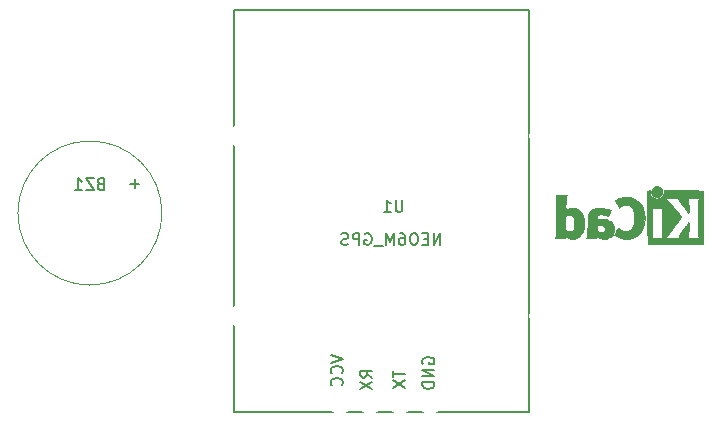
<source format=gbr>
G04 #@! TF.GenerationSoftware,KiCad,Pcbnew,(5.1.2)-2*
G04 #@! TF.CreationDate,2019-10-20T14:28:16-03:00*
G04 #@! TF.ProjectId,flight_computer,666c6967-6874-45f6-936f-6d7075746572,rev?*
G04 #@! TF.SameCoordinates,Original*
G04 #@! TF.FileFunction,Legend,Bot*
G04 #@! TF.FilePolarity,Positive*
%FSLAX46Y46*%
G04 Gerber Fmt 4.6, Leading zero omitted, Abs format (unit mm)*
G04 Created by KiCad (PCBNEW (5.1.2)-2) date 2019-10-20 14:28:16*
%MOMM*%
%LPD*%
G04 APERTURE LIST*
%ADD10C,0.150000*%
%ADD11C,0.010000*%
%ADD12C,0.120000*%
%ADD13C,1.924000*%
%ADD14R,2.000000X2.000000*%
%ADD15O,2.000000X2.000000*%
%ADD16C,2.100000*%
%ADD17C,2.100000*%
%ADD18C,0.100000*%
%ADD19O,2.100000X2.350000*%
%ADD20C,3.400000*%
%ADD21R,2.400000X2.400000*%
%ADD22C,2.400000*%
%ADD23C,2.000000*%
G04 APERTURE END LIST*
D10*
X83050000Y-70550000D02*
X58050000Y-70550000D01*
X58050000Y-70550000D02*
X58050000Y-36550000D01*
X58050000Y-36550000D02*
X83050000Y-36550000D01*
X83050000Y-36550000D02*
X83050000Y-70550000D01*
D11*
G36*
X93773043Y-51426571D02*
G01*
X93676768Y-51450809D01*
X93590184Y-51493641D01*
X93515373Y-51553419D01*
X93454418Y-51628494D01*
X93409399Y-51717220D01*
X93383136Y-51813530D01*
X93377286Y-51910795D01*
X93392140Y-52004654D01*
X93425840Y-52092511D01*
X93476528Y-52171770D01*
X93542345Y-52239836D01*
X93621434Y-52294112D01*
X93711934Y-52332002D01*
X93763200Y-52344426D01*
X93807698Y-52351947D01*
X93841999Y-52354919D01*
X93874960Y-52353094D01*
X93915434Y-52346225D01*
X93948531Y-52339250D01*
X94041947Y-52307741D01*
X94125619Y-52256617D01*
X94197665Y-52187429D01*
X94256200Y-52101728D01*
X94270148Y-52074489D01*
X94286586Y-52038122D01*
X94296894Y-52007582D01*
X94302460Y-51975450D01*
X94304669Y-51934307D01*
X94304948Y-51888222D01*
X94300861Y-51803865D01*
X94287446Y-51734586D01*
X94262256Y-51673961D01*
X94222846Y-51615567D01*
X94184298Y-51571302D01*
X94112406Y-51505484D01*
X94037313Y-51460053D01*
X93954562Y-51432850D01*
X93876928Y-51422576D01*
X93773043Y-51426571D01*
X93773043Y-51426571D01*
G37*
X93773043Y-51426571D02*
X93676768Y-51450809D01*
X93590184Y-51493641D01*
X93515373Y-51553419D01*
X93454418Y-51628494D01*
X93409399Y-51717220D01*
X93383136Y-51813530D01*
X93377286Y-51910795D01*
X93392140Y-52004654D01*
X93425840Y-52092511D01*
X93476528Y-52171770D01*
X93542345Y-52239836D01*
X93621434Y-52294112D01*
X93711934Y-52332002D01*
X93763200Y-52344426D01*
X93807698Y-52351947D01*
X93841999Y-52354919D01*
X93874960Y-52353094D01*
X93915434Y-52346225D01*
X93948531Y-52339250D01*
X94041947Y-52307741D01*
X94125619Y-52256617D01*
X94197665Y-52187429D01*
X94256200Y-52101728D01*
X94270148Y-52074489D01*
X94286586Y-52038122D01*
X94296894Y-52007582D01*
X94302460Y-51975450D01*
X94304669Y-51934307D01*
X94304948Y-51888222D01*
X94300861Y-51803865D01*
X94287446Y-51734586D01*
X94262256Y-51673961D01*
X94222846Y-51615567D01*
X94184298Y-51571302D01*
X94112406Y-51505484D01*
X94037313Y-51460053D01*
X93954562Y-51432850D01*
X93876928Y-51422576D01*
X93773043Y-51426571D01*
G36*
X85313493Y-53872245D02*
G01*
X85313474Y-54106662D01*
X85313448Y-54319603D01*
X85313375Y-54512168D01*
X85313218Y-54685459D01*
X85312936Y-54840576D01*
X85312491Y-54978620D01*
X85311844Y-55100692D01*
X85310955Y-55207894D01*
X85309787Y-55301326D01*
X85308299Y-55382090D01*
X85306454Y-55451286D01*
X85304211Y-55510015D01*
X85301531Y-55559379D01*
X85298377Y-55600478D01*
X85294708Y-55634413D01*
X85290487Y-55662286D01*
X85285673Y-55685198D01*
X85280227Y-55704249D01*
X85274112Y-55720540D01*
X85267288Y-55735173D01*
X85259715Y-55749249D01*
X85251355Y-55763868D01*
X85246161Y-55772974D01*
X85211896Y-55833689D01*
X86070045Y-55833689D01*
X86070045Y-55737733D01*
X86070776Y-55694370D01*
X86072728Y-55661205D01*
X86075537Y-55643424D01*
X86076779Y-55641778D01*
X86088201Y-55648662D01*
X86110916Y-55666505D01*
X86133615Y-55685879D01*
X86188200Y-55726614D01*
X86257679Y-55767617D01*
X86334730Y-55805123D01*
X86412035Y-55835364D01*
X86442887Y-55845012D01*
X86511384Y-55859578D01*
X86594236Y-55869539D01*
X86683629Y-55874583D01*
X86771752Y-55874396D01*
X86850793Y-55868666D01*
X86888489Y-55862858D01*
X87026586Y-55824797D01*
X87153887Y-55767073D01*
X87269708Y-55690211D01*
X87373363Y-55594739D01*
X87464167Y-55481179D01*
X87530969Y-55370381D01*
X87585836Y-55253625D01*
X87627837Y-55134276D01*
X87657833Y-55008283D01*
X87676689Y-54871594D01*
X87685268Y-54720158D01*
X87685994Y-54642711D01*
X87683900Y-54585934D01*
X86854783Y-54585934D01*
X86854576Y-54679002D01*
X86851663Y-54766692D01*
X86846000Y-54843772D01*
X86837545Y-54905009D01*
X86834962Y-54917350D01*
X86803160Y-55024633D01*
X86761502Y-55111658D01*
X86709637Y-55178642D01*
X86647219Y-55225805D01*
X86573900Y-55253365D01*
X86489331Y-55261541D01*
X86393165Y-55250551D01*
X86329689Y-55234829D01*
X86280546Y-55216639D01*
X86226417Y-55190791D01*
X86185756Y-55167089D01*
X86115200Y-55120721D01*
X86115200Y-53970530D01*
X86182608Y-53926962D01*
X86261133Y-53886040D01*
X86345319Y-53859389D01*
X86430443Y-53847465D01*
X86511784Y-53850722D01*
X86584620Y-53869615D01*
X86616574Y-53885184D01*
X86674499Y-53928181D01*
X86723456Y-53984953D01*
X86764610Y-54057575D01*
X86799126Y-54148121D01*
X86828167Y-54258666D01*
X86829448Y-54264533D01*
X86839619Y-54326788D01*
X86847261Y-54404594D01*
X86852330Y-54492720D01*
X86854783Y-54585934D01*
X87683900Y-54585934D01*
X87678143Y-54429895D01*
X87656198Y-54234059D01*
X87620214Y-54055332D01*
X87570241Y-53893845D01*
X87506332Y-53749726D01*
X87428538Y-53623106D01*
X87336911Y-53514115D01*
X87231503Y-53422883D01*
X87186338Y-53391932D01*
X87085389Y-53335785D01*
X86982099Y-53296174D01*
X86872011Y-53272014D01*
X86750670Y-53262219D01*
X86658164Y-53263265D01*
X86528510Y-53274231D01*
X86415916Y-53296046D01*
X86317125Y-53329714D01*
X86228879Y-53376236D01*
X86180014Y-53410448D01*
X86150647Y-53432362D01*
X86128957Y-53447333D01*
X86120747Y-53451733D01*
X86119132Y-53440904D01*
X86117841Y-53410251D01*
X86116862Y-53362526D01*
X86116183Y-53300479D01*
X86115790Y-53226862D01*
X86115670Y-53144427D01*
X86115812Y-53055925D01*
X86116203Y-52964107D01*
X86116829Y-52871724D01*
X86117680Y-52781528D01*
X86118740Y-52696271D01*
X86119999Y-52618703D01*
X86121444Y-52551576D01*
X86123062Y-52497641D01*
X86124839Y-52459650D01*
X86125331Y-52452667D01*
X86132908Y-52382251D01*
X86144469Y-52327102D01*
X86162208Y-52279981D01*
X86188318Y-52233647D01*
X86194585Y-52224067D01*
X86219017Y-52187378D01*
X85313689Y-52187378D01*
X85313493Y-53872245D01*
X85313493Y-53872245D01*
G37*
X85313493Y-53872245D02*
X85313474Y-54106662D01*
X85313448Y-54319603D01*
X85313375Y-54512168D01*
X85313218Y-54685459D01*
X85312936Y-54840576D01*
X85312491Y-54978620D01*
X85311844Y-55100692D01*
X85310955Y-55207894D01*
X85309787Y-55301326D01*
X85308299Y-55382090D01*
X85306454Y-55451286D01*
X85304211Y-55510015D01*
X85301531Y-55559379D01*
X85298377Y-55600478D01*
X85294708Y-55634413D01*
X85290487Y-55662286D01*
X85285673Y-55685198D01*
X85280227Y-55704249D01*
X85274112Y-55720540D01*
X85267288Y-55735173D01*
X85259715Y-55749249D01*
X85251355Y-55763868D01*
X85246161Y-55772974D01*
X85211896Y-55833689D01*
X86070045Y-55833689D01*
X86070045Y-55737733D01*
X86070776Y-55694370D01*
X86072728Y-55661205D01*
X86075537Y-55643424D01*
X86076779Y-55641778D01*
X86088201Y-55648662D01*
X86110916Y-55666505D01*
X86133615Y-55685879D01*
X86188200Y-55726614D01*
X86257679Y-55767617D01*
X86334730Y-55805123D01*
X86412035Y-55835364D01*
X86442887Y-55845012D01*
X86511384Y-55859578D01*
X86594236Y-55869539D01*
X86683629Y-55874583D01*
X86771752Y-55874396D01*
X86850793Y-55868666D01*
X86888489Y-55862858D01*
X87026586Y-55824797D01*
X87153887Y-55767073D01*
X87269708Y-55690211D01*
X87373363Y-55594739D01*
X87464167Y-55481179D01*
X87530969Y-55370381D01*
X87585836Y-55253625D01*
X87627837Y-55134276D01*
X87657833Y-55008283D01*
X87676689Y-54871594D01*
X87685268Y-54720158D01*
X87685994Y-54642711D01*
X87683900Y-54585934D01*
X86854783Y-54585934D01*
X86854576Y-54679002D01*
X86851663Y-54766692D01*
X86846000Y-54843772D01*
X86837545Y-54905009D01*
X86834962Y-54917350D01*
X86803160Y-55024633D01*
X86761502Y-55111658D01*
X86709637Y-55178642D01*
X86647219Y-55225805D01*
X86573900Y-55253365D01*
X86489331Y-55261541D01*
X86393165Y-55250551D01*
X86329689Y-55234829D01*
X86280546Y-55216639D01*
X86226417Y-55190791D01*
X86185756Y-55167089D01*
X86115200Y-55120721D01*
X86115200Y-53970530D01*
X86182608Y-53926962D01*
X86261133Y-53886040D01*
X86345319Y-53859389D01*
X86430443Y-53847465D01*
X86511784Y-53850722D01*
X86584620Y-53869615D01*
X86616574Y-53885184D01*
X86674499Y-53928181D01*
X86723456Y-53984953D01*
X86764610Y-54057575D01*
X86799126Y-54148121D01*
X86828167Y-54258666D01*
X86829448Y-54264533D01*
X86839619Y-54326788D01*
X86847261Y-54404594D01*
X86852330Y-54492720D01*
X86854783Y-54585934D01*
X87683900Y-54585934D01*
X87678143Y-54429895D01*
X87656198Y-54234059D01*
X87620214Y-54055332D01*
X87570241Y-53893845D01*
X87506332Y-53749726D01*
X87428538Y-53623106D01*
X87336911Y-53514115D01*
X87231503Y-53422883D01*
X87186338Y-53391932D01*
X87085389Y-53335785D01*
X86982099Y-53296174D01*
X86872011Y-53272014D01*
X86750670Y-53262219D01*
X86658164Y-53263265D01*
X86528510Y-53274231D01*
X86415916Y-53296046D01*
X86317125Y-53329714D01*
X86228879Y-53376236D01*
X86180014Y-53410448D01*
X86150647Y-53432362D01*
X86128957Y-53447333D01*
X86120747Y-53451733D01*
X86119132Y-53440904D01*
X86117841Y-53410251D01*
X86116862Y-53362526D01*
X86116183Y-53300479D01*
X86115790Y-53226862D01*
X86115670Y-53144427D01*
X86115812Y-53055925D01*
X86116203Y-52964107D01*
X86116829Y-52871724D01*
X86117680Y-52781528D01*
X86118740Y-52696271D01*
X86119999Y-52618703D01*
X86121444Y-52551576D01*
X86123062Y-52497641D01*
X86124839Y-52459650D01*
X86125331Y-52452667D01*
X86132908Y-52382251D01*
X86144469Y-52327102D01*
X86162208Y-52279981D01*
X86188318Y-52233647D01*
X86194585Y-52224067D01*
X86219017Y-52187378D01*
X85313689Y-52187378D01*
X85313493Y-53872245D01*
G36*
X88826426Y-53266552D02*
G01*
X88674508Y-53286567D01*
X88539244Y-53320202D01*
X88419761Y-53367725D01*
X88315185Y-53429405D01*
X88237576Y-53492965D01*
X88168735Y-53567099D01*
X88114994Y-53646871D01*
X88072090Y-53739091D01*
X88056616Y-53782161D01*
X88043756Y-53821142D01*
X88032554Y-53857289D01*
X88022880Y-53892434D01*
X88014604Y-53928410D01*
X88007597Y-53967050D01*
X88001728Y-54010185D01*
X87996869Y-54059649D01*
X87992890Y-54117273D01*
X87989660Y-54184891D01*
X87987051Y-54264334D01*
X87984933Y-54357436D01*
X87983176Y-54466027D01*
X87981651Y-54591942D01*
X87980228Y-54737012D01*
X87978975Y-54879778D01*
X87977649Y-55035968D01*
X87976444Y-55171239D01*
X87975234Y-55287246D01*
X87973894Y-55385645D01*
X87972300Y-55468093D01*
X87970325Y-55536246D01*
X87967844Y-55591760D01*
X87964731Y-55636292D01*
X87960862Y-55671498D01*
X87956111Y-55699034D01*
X87950352Y-55720556D01*
X87943461Y-55737722D01*
X87935311Y-55752186D01*
X87925777Y-55765606D01*
X87914734Y-55779638D01*
X87910434Y-55785071D01*
X87894614Y-55807910D01*
X87887578Y-55823463D01*
X87887556Y-55823922D01*
X87898433Y-55826121D01*
X87929418Y-55828147D01*
X87978043Y-55829942D01*
X88041837Y-55831451D01*
X88118331Y-55832616D01*
X88205056Y-55833380D01*
X88299543Y-55833686D01*
X88310450Y-55833689D01*
X88733343Y-55833689D01*
X88736605Y-55737622D01*
X88739867Y-55641556D01*
X88801956Y-55692543D01*
X88899286Y-55760057D01*
X89009187Y-55814749D01*
X89095651Y-55844978D01*
X89164722Y-55859666D01*
X89248075Y-55869659D01*
X89337841Y-55874646D01*
X89426155Y-55874313D01*
X89505149Y-55868351D01*
X89541378Y-55862638D01*
X89681397Y-55824776D01*
X89807822Y-55769932D01*
X89919740Y-55698924D01*
X90016238Y-55612568D01*
X90096400Y-55511679D01*
X90159313Y-55397076D01*
X90203688Y-55270984D01*
X90216022Y-55214401D01*
X90223632Y-55152202D01*
X90227261Y-55077363D01*
X90227755Y-55043467D01*
X90227690Y-55040282D01*
X89467752Y-55040282D01*
X89458459Y-55115333D01*
X89430272Y-55179160D01*
X89381803Y-55234798D01*
X89376746Y-55239211D01*
X89328452Y-55274037D01*
X89276743Y-55296620D01*
X89216011Y-55308540D01*
X89140648Y-55311383D01*
X89122541Y-55310978D01*
X89068722Y-55308325D01*
X89028692Y-55302909D01*
X88993676Y-55292745D01*
X88954897Y-55275850D01*
X88944255Y-55270672D01*
X88883604Y-55234844D01*
X88836785Y-55192212D01*
X88824048Y-55176973D01*
X88779378Y-55120462D01*
X88779378Y-54924586D01*
X88779914Y-54845939D01*
X88781604Y-54787988D01*
X88784572Y-54748875D01*
X88788943Y-54726741D01*
X88793028Y-54720274D01*
X88808953Y-54717111D01*
X88842736Y-54714488D01*
X88889660Y-54712655D01*
X88945007Y-54711857D01*
X88953894Y-54711842D01*
X89074670Y-54717096D01*
X89177340Y-54733263D01*
X89263894Y-54760961D01*
X89336319Y-54800808D01*
X89391249Y-54847758D01*
X89435796Y-54905645D01*
X89460520Y-54968693D01*
X89467752Y-55040282D01*
X90227690Y-55040282D01*
X90225822Y-54949712D01*
X90217478Y-54870812D01*
X90201232Y-54799590D01*
X90175595Y-54728864D01*
X90151599Y-54676493D01*
X90092980Y-54581196D01*
X90014883Y-54493170D01*
X89919685Y-54414017D01*
X89809762Y-54345340D01*
X89687490Y-54288741D01*
X89555245Y-54245821D01*
X89490578Y-54230882D01*
X89354396Y-54208777D01*
X89205951Y-54194194D01*
X89054495Y-54187813D01*
X88927936Y-54189445D01*
X88766050Y-54196224D01*
X88773470Y-54137245D01*
X88792762Y-54038092D01*
X88823896Y-53957372D01*
X88867731Y-53894466D01*
X88925129Y-53848756D01*
X88996952Y-53819622D01*
X89084059Y-53806447D01*
X89187314Y-53808611D01*
X89225289Y-53812612D01*
X89366480Y-53837780D01*
X89503293Y-53878814D01*
X89597822Y-53916815D01*
X89642982Y-53936190D01*
X89681415Y-53951760D01*
X89707766Y-53961405D01*
X89715454Y-53963452D01*
X89725198Y-53954374D01*
X89741917Y-53925405D01*
X89765768Y-53876217D01*
X89796907Y-53806484D01*
X89835493Y-53715879D01*
X89842090Y-53700089D01*
X89872147Y-53627772D01*
X89899126Y-53562425D01*
X89921864Y-53506906D01*
X89939194Y-53464072D01*
X89949952Y-53436781D01*
X89953059Y-53427942D01*
X89943060Y-53423187D01*
X89916783Y-53417910D01*
X89888511Y-53414231D01*
X89858354Y-53409474D01*
X89810567Y-53400028D01*
X89749388Y-53386820D01*
X89679054Y-53370776D01*
X89603806Y-53352820D01*
X89575245Y-53345797D01*
X89470184Y-53320209D01*
X89382520Y-53300147D01*
X89307932Y-53284969D01*
X89242097Y-53274035D01*
X89180693Y-53266704D01*
X89119398Y-53262335D01*
X89053890Y-53260287D01*
X88995872Y-53259889D01*
X88826426Y-53266552D01*
X88826426Y-53266552D01*
G37*
X88826426Y-53266552D02*
X88674508Y-53286567D01*
X88539244Y-53320202D01*
X88419761Y-53367725D01*
X88315185Y-53429405D01*
X88237576Y-53492965D01*
X88168735Y-53567099D01*
X88114994Y-53646871D01*
X88072090Y-53739091D01*
X88056616Y-53782161D01*
X88043756Y-53821142D01*
X88032554Y-53857289D01*
X88022880Y-53892434D01*
X88014604Y-53928410D01*
X88007597Y-53967050D01*
X88001728Y-54010185D01*
X87996869Y-54059649D01*
X87992890Y-54117273D01*
X87989660Y-54184891D01*
X87987051Y-54264334D01*
X87984933Y-54357436D01*
X87983176Y-54466027D01*
X87981651Y-54591942D01*
X87980228Y-54737012D01*
X87978975Y-54879778D01*
X87977649Y-55035968D01*
X87976444Y-55171239D01*
X87975234Y-55287246D01*
X87973894Y-55385645D01*
X87972300Y-55468093D01*
X87970325Y-55536246D01*
X87967844Y-55591760D01*
X87964731Y-55636292D01*
X87960862Y-55671498D01*
X87956111Y-55699034D01*
X87950352Y-55720556D01*
X87943461Y-55737722D01*
X87935311Y-55752186D01*
X87925777Y-55765606D01*
X87914734Y-55779638D01*
X87910434Y-55785071D01*
X87894614Y-55807910D01*
X87887578Y-55823463D01*
X87887556Y-55823922D01*
X87898433Y-55826121D01*
X87929418Y-55828147D01*
X87978043Y-55829942D01*
X88041837Y-55831451D01*
X88118331Y-55832616D01*
X88205056Y-55833380D01*
X88299543Y-55833686D01*
X88310450Y-55833689D01*
X88733343Y-55833689D01*
X88736605Y-55737622D01*
X88739867Y-55641556D01*
X88801956Y-55692543D01*
X88899286Y-55760057D01*
X89009187Y-55814749D01*
X89095651Y-55844978D01*
X89164722Y-55859666D01*
X89248075Y-55869659D01*
X89337841Y-55874646D01*
X89426155Y-55874313D01*
X89505149Y-55868351D01*
X89541378Y-55862638D01*
X89681397Y-55824776D01*
X89807822Y-55769932D01*
X89919740Y-55698924D01*
X90016238Y-55612568D01*
X90096400Y-55511679D01*
X90159313Y-55397076D01*
X90203688Y-55270984D01*
X90216022Y-55214401D01*
X90223632Y-55152202D01*
X90227261Y-55077363D01*
X90227755Y-55043467D01*
X90227690Y-55040282D01*
X89467752Y-55040282D01*
X89458459Y-55115333D01*
X89430272Y-55179160D01*
X89381803Y-55234798D01*
X89376746Y-55239211D01*
X89328452Y-55274037D01*
X89276743Y-55296620D01*
X89216011Y-55308540D01*
X89140648Y-55311383D01*
X89122541Y-55310978D01*
X89068722Y-55308325D01*
X89028692Y-55302909D01*
X88993676Y-55292745D01*
X88954897Y-55275850D01*
X88944255Y-55270672D01*
X88883604Y-55234844D01*
X88836785Y-55192212D01*
X88824048Y-55176973D01*
X88779378Y-55120462D01*
X88779378Y-54924586D01*
X88779914Y-54845939D01*
X88781604Y-54787988D01*
X88784572Y-54748875D01*
X88788943Y-54726741D01*
X88793028Y-54720274D01*
X88808953Y-54717111D01*
X88842736Y-54714488D01*
X88889660Y-54712655D01*
X88945007Y-54711857D01*
X88953894Y-54711842D01*
X89074670Y-54717096D01*
X89177340Y-54733263D01*
X89263894Y-54760961D01*
X89336319Y-54800808D01*
X89391249Y-54847758D01*
X89435796Y-54905645D01*
X89460520Y-54968693D01*
X89467752Y-55040282D01*
X90227690Y-55040282D01*
X90225822Y-54949712D01*
X90217478Y-54870812D01*
X90201232Y-54799590D01*
X90175595Y-54728864D01*
X90151599Y-54676493D01*
X90092980Y-54581196D01*
X90014883Y-54493170D01*
X89919685Y-54414017D01*
X89809762Y-54345340D01*
X89687490Y-54288741D01*
X89555245Y-54245821D01*
X89490578Y-54230882D01*
X89354396Y-54208777D01*
X89205951Y-54194194D01*
X89054495Y-54187813D01*
X88927936Y-54189445D01*
X88766050Y-54196224D01*
X88773470Y-54137245D01*
X88792762Y-54038092D01*
X88823896Y-53957372D01*
X88867731Y-53894466D01*
X88925129Y-53848756D01*
X88996952Y-53819622D01*
X89084059Y-53806447D01*
X89187314Y-53808611D01*
X89225289Y-53812612D01*
X89366480Y-53837780D01*
X89503293Y-53878814D01*
X89597822Y-53916815D01*
X89642982Y-53936190D01*
X89681415Y-53951760D01*
X89707766Y-53961405D01*
X89715454Y-53963452D01*
X89725198Y-53954374D01*
X89741917Y-53925405D01*
X89765768Y-53876217D01*
X89796907Y-53806484D01*
X89835493Y-53715879D01*
X89842090Y-53700089D01*
X89872147Y-53627772D01*
X89899126Y-53562425D01*
X89921864Y-53506906D01*
X89939194Y-53464072D01*
X89949952Y-53436781D01*
X89953059Y-53427942D01*
X89943060Y-53423187D01*
X89916783Y-53417910D01*
X89888511Y-53414231D01*
X89858354Y-53409474D01*
X89810567Y-53400028D01*
X89749388Y-53386820D01*
X89679054Y-53370776D01*
X89603806Y-53352820D01*
X89575245Y-53345797D01*
X89470184Y-53320209D01*
X89382520Y-53300147D01*
X89307932Y-53284969D01*
X89242097Y-53274035D01*
X89180693Y-53266704D01*
X89119398Y-53262335D01*
X89053890Y-53260287D01*
X88995872Y-53259889D01*
X88826426Y-53266552D01*
G36*
X91171571Y-52349071D02*
G01*
X91011430Y-52370245D01*
X90847490Y-52410385D01*
X90677687Y-52469889D01*
X90499957Y-52549154D01*
X90488690Y-52554699D01*
X90430995Y-52582725D01*
X90379448Y-52606802D01*
X90337809Y-52625249D01*
X90309838Y-52636386D01*
X90300267Y-52638933D01*
X90281050Y-52643941D01*
X90276439Y-52648147D01*
X90281542Y-52658580D01*
X90297582Y-52684868D01*
X90322712Y-52724257D01*
X90355086Y-52773991D01*
X90392857Y-52831315D01*
X90434178Y-52893476D01*
X90477202Y-52957718D01*
X90520083Y-53021285D01*
X90560974Y-53081425D01*
X90598029Y-53135380D01*
X90629400Y-53180397D01*
X90653241Y-53213721D01*
X90667706Y-53232597D01*
X90669691Y-53234787D01*
X90679809Y-53230138D01*
X90702150Y-53212962D01*
X90732720Y-53186440D01*
X90748464Y-53171964D01*
X90844953Y-53096682D01*
X90951664Y-53041241D01*
X91067168Y-53006141D01*
X91190038Y-52991880D01*
X91259439Y-52993051D01*
X91380577Y-53010212D01*
X91489795Y-53046094D01*
X91587418Y-53100959D01*
X91673772Y-53175070D01*
X91749185Y-53268688D01*
X91813982Y-53382076D01*
X91851399Y-53468667D01*
X91895252Y-53604366D01*
X91927572Y-53751850D01*
X91948443Y-53907314D01*
X91957949Y-54066956D01*
X91956173Y-54226973D01*
X91943197Y-54383561D01*
X91919106Y-54532918D01*
X91883982Y-54671240D01*
X91837908Y-54794724D01*
X91821627Y-54828978D01*
X91753380Y-54943064D01*
X91672921Y-55039557D01*
X91581430Y-55117670D01*
X91480089Y-55176617D01*
X91370080Y-55215612D01*
X91252585Y-55233868D01*
X91211117Y-55235211D01*
X91089559Y-55224290D01*
X90969122Y-55191474D01*
X90851334Y-55137439D01*
X90737723Y-55062865D01*
X90646315Y-54984539D01*
X90599785Y-54940008D01*
X90418517Y-55237271D01*
X90373420Y-55311433D01*
X90332181Y-55379646D01*
X90296265Y-55439459D01*
X90267134Y-55488420D01*
X90246250Y-55524079D01*
X90235076Y-55543984D01*
X90233625Y-55547079D01*
X90241854Y-55556718D01*
X90267433Y-55573999D01*
X90307127Y-55597283D01*
X90357703Y-55624934D01*
X90415926Y-55655315D01*
X90478563Y-55686790D01*
X90542379Y-55717722D01*
X90604140Y-55746473D01*
X90660612Y-55771408D01*
X90708562Y-55790889D01*
X90732014Y-55799318D01*
X90865779Y-55837133D01*
X91003673Y-55862136D01*
X91151378Y-55875140D01*
X91278167Y-55877468D01*
X91346122Y-55876373D01*
X91411723Y-55874275D01*
X91469153Y-55871434D01*
X91512597Y-55868106D01*
X91526702Y-55866422D01*
X91665716Y-55837587D01*
X91807243Y-55792468D01*
X91944725Y-55733750D01*
X92071606Y-55664120D01*
X92149111Y-55611441D01*
X92276519Y-55503239D01*
X92394822Y-55376671D01*
X92501828Y-55234866D01*
X92595348Y-55080951D01*
X92673190Y-54918053D01*
X92717044Y-54800756D01*
X92767292Y-54617128D01*
X92800791Y-54422581D01*
X92817551Y-54221325D01*
X92817584Y-54017568D01*
X92800899Y-53815521D01*
X92767507Y-53619392D01*
X92717420Y-53433391D01*
X92713603Y-53421803D01*
X92650719Y-53259750D01*
X92573972Y-53111832D01*
X92480758Y-52973865D01*
X92368473Y-52841661D01*
X92324608Y-52796399D01*
X92188466Y-52672457D01*
X92048509Y-52569915D01*
X91902589Y-52487656D01*
X91748558Y-52424564D01*
X91584268Y-52379523D01*
X91488711Y-52362033D01*
X91329977Y-52346466D01*
X91171571Y-52349071D01*
X91171571Y-52349071D01*
G37*
X91171571Y-52349071D02*
X91011430Y-52370245D01*
X90847490Y-52410385D01*
X90677687Y-52469889D01*
X90499957Y-52549154D01*
X90488690Y-52554699D01*
X90430995Y-52582725D01*
X90379448Y-52606802D01*
X90337809Y-52625249D01*
X90309838Y-52636386D01*
X90300267Y-52638933D01*
X90281050Y-52643941D01*
X90276439Y-52648147D01*
X90281542Y-52658580D01*
X90297582Y-52684868D01*
X90322712Y-52724257D01*
X90355086Y-52773991D01*
X90392857Y-52831315D01*
X90434178Y-52893476D01*
X90477202Y-52957718D01*
X90520083Y-53021285D01*
X90560974Y-53081425D01*
X90598029Y-53135380D01*
X90629400Y-53180397D01*
X90653241Y-53213721D01*
X90667706Y-53232597D01*
X90669691Y-53234787D01*
X90679809Y-53230138D01*
X90702150Y-53212962D01*
X90732720Y-53186440D01*
X90748464Y-53171964D01*
X90844953Y-53096682D01*
X90951664Y-53041241D01*
X91067168Y-53006141D01*
X91190038Y-52991880D01*
X91259439Y-52993051D01*
X91380577Y-53010212D01*
X91489795Y-53046094D01*
X91587418Y-53100959D01*
X91673772Y-53175070D01*
X91749185Y-53268688D01*
X91813982Y-53382076D01*
X91851399Y-53468667D01*
X91895252Y-53604366D01*
X91927572Y-53751850D01*
X91948443Y-53907314D01*
X91957949Y-54066956D01*
X91956173Y-54226973D01*
X91943197Y-54383561D01*
X91919106Y-54532918D01*
X91883982Y-54671240D01*
X91837908Y-54794724D01*
X91821627Y-54828978D01*
X91753380Y-54943064D01*
X91672921Y-55039557D01*
X91581430Y-55117670D01*
X91480089Y-55176617D01*
X91370080Y-55215612D01*
X91252585Y-55233868D01*
X91211117Y-55235211D01*
X91089559Y-55224290D01*
X90969122Y-55191474D01*
X90851334Y-55137439D01*
X90737723Y-55062865D01*
X90646315Y-54984539D01*
X90599785Y-54940008D01*
X90418517Y-55237271D01*
X90373420Y-55311433D01*
X90332181Y-55379646D01*
X90296265Y-55439459D01*
X90267134Y-55488420D01*
X90246250Y-55524079D01*
X90235076Y-55543984D01*
X90233625Y-55547079D01*
X90241854Y-55556718D01*
X90267433Y-55573999D01*
X90307127Y-55597283D01*
X90357703Y-55624934D01*
X90415926Y-55655315D01*
X90478563Y-55686790D01*
X90542379Y-55717722D01*
X90604140Y-55746473D01*
X90660612Y-55771408D01*
X90708562Y-55790889D01*
X90732014Y-55799318D01*
X90865779Y-55837133D01*
X91003673Y-55862136D01*
X91151378Y-55875140D01*
X91278167Y-55877468D01*
X91346122Y-55876373D01*
X91411723Y-55874275D01*
X91469153Y-55871434D01*
X91512597Y-55868106D01*
X91526702Y-55866422D01*
X91665716Y-55837587D01*
X91807243Y-55792468D01*
X91944725Y-55733750D01*
X92071606Y-55664120D01*
X92149111Y-55611441D01*
X92276519Y-55503239D01*
X92394822Y-55376671D01*
X92501828Y-55234866D01*
X92595348Y-55080951D01*
X92673190Y-54918053D01*
X92717044Y-54800756D01*
X92767292Y-54617128D01*
X92800791Y-54422581D01*
X92817551Y-54221325D01*
X92817584Y-54017568D01*
X92800899Y-53815521D01*
X92767507Y-53619392D01*
X92717420Y-53433391D01*
X92713603Y-53421803D01*
X92650719Y-53259750D01*
X92573972Y-53111832D01*
X92480758Y-52973865D01*
X92368473Y-52841661D01*
X92324608Y-52796399D01*
X92188466Y-52672457D01*
X92048509Y-52569915D01*
X91902589Y-52487656D01*
X91748558Y-52424564D01*
X91584268Y-52379523D01*
X91488711Y-52362033D01*
X91329977Y-52346466D01*
X91171571Y-52349071D01*
G36*
X94446400Y-51889054D02*
G01*
X94435535Y-52002993D01*
X94403918Y-52110616D01*
X94353015Y-52209615D01*
X94284293Y-52297684D01*
X94199219Y-52372516D01*
X94102232Y-52430384D01*
X93995964Y-52470005D01*
X93888950Y-52488573D01*
X93783300Y-52487434D01*
X93681125Y-52467930D01*
X93584534Y-52431406D01*
X93495638Y-52379205D01*
X93416546Y-52312673D01*
X93349369Y-52233152D01*
X93296217Y-52141987D01*
X93259199Y-52040523D01*
X93240427Y-51930102D01*
X93238489Y-51880206D01*
X93238489Y-51792267D01*
X93186560Y-51792267D01*
X93150253Y-51795111D01*
X93123355Y-51806911D01*
X93096249Y-51830649D01*
X93057867Y-51869031D01*
X93057867Y-54060602D01*
X93057876Y-54322739D01*
X93057908Y-54563241D01*
X93057972Y-54783048D01*
X93058076Y-54983101D01*
X93058227Y-55164344D01*
X93058434Y-55327716D01*
X93058706Y-55474160D01*
X93059050Y-55604617D01*
X93059474Y-55720029D01*
X93059987Y-55821338D01*
X93060597Y-55909484D01*
X93061312Y-55985410D01*
X93062140Y-56050057D01*
X93063089Y-56104367D01*
X93064167Y-56149280D01*
X93065383Y-56185740D01*
X93066745Y-56214687D01*
X93068261Y-56237063D01*
X93069938Y-56253809D01*
X93071786Y-56265868D01*
X93073813Y-56274180D01*
X93076025Y-56279687D01*
X93077108Y-56281537D01*
X93081271Y-56288549D01*
X93084805Y-56294996D01*
X93088635Y-56300900D01*
X93093682Y-56306286D01*
X93100871Y-56311178D01*
X93111123Y-56315598D01*
X93125364Y-56319572D01*
X93144514Y-56323121D01*
X93169499Y-56326270D01*
X93201240Y-56329042D01*
X93240662Y-56331461D01*
X93288686Y-56333551D01*
X93346237Y-56335335D01*
X93414237Y-56336837D01*
X93493610Y-56338080D01*
X93585279Y-56339089D01*
X93690166Y-56339885D01*
X93809196Y-56340494D01*
X93943290Y-56340939D01*
X94093373Y-56341243D01*
X94260367Y-56341430D01*
X94445196Y-56341524D01*
X94648783Y-56341548D01*
X94872050Y-56341525D01*
X95115922Y-56341480D01*
X95381321Y-56341437D01*
X95419704Y-56341432D01*
X95686682Y-56341389D01*
X95932002Y-56341318D01*
X96156583Y-56341213D01*
X96361345Y-56341066D01*
X96547206Y-56340869D01*
X96715088Y-56340616D01*
X96865908Y-56340300D01*
X97000587Y-56339913D01*
X97120044Y-56339447D01*
X97225199Y-56338897D01*
X97316971Y-56338253D01*
X97396279Y-56337511D01*
X97464043Y-56336661D01*
X97521182Y-56335697D01*
X97568617Y-56334611D01*
X97607266Y-56333397D01*
X97638049Y-56332047D01*
X97661885Y-56330555D01*
X97679694Y-56328911D01*
X97692395Y-56327111D01*
X97700908Y-56325145D01*
X97705266Y-56323477D01*
X97713728Y-56319906D01*
X97721497Y-56317270D01*
X97728602Y-56314634D01*
X97735073Y-56311062D01*
X97740939Y-56305621D01*
X97746229Y-56297375D01*
X97750974Y-56285390D01*
X97755202Y-56268731D01*
X97758943Y-56246463D01*
X97762227Y-56217652D01*
X97765083Y-56181363D01*
X97767540Y-56136661D01*
X97769629Y-56082611D01*
X97771378Y-56018279D01*
X97772817Y-55942730D01*
X97773976Y-55855030D01*
X97774883Y-55754243D01*
X97775569Y-55639434D01*
X97776063Y-55509670D01*
X97776395Y-55364015D01*
X97776593Y-55201535D01*
X97776687Y-55021295D01*
X97776708Y-54822360D01*
X97776685Y-54603796D01*
X97776646Y-54364668D01*
X97776622Y-54104040D01*
X97776622Y-54061889D01*
X97776636Y-53798992D01*
X97776661Y-53557732D01*
X97776671Y-53337165D01*
X97776642Y-53136352D01*
X97776548Y-52954349D01*
X97776362Y-52790216D01*
X97776059Y-52643011D01*
X97775614Y-52511792D01*
X97775034Y-52401867D01*
X97472197Y-52401867D01*
X97432407Y-52459711D01*
X97421236Y-52475479D01*
X97411166Y-52489441D01*
X97402138Y-52502784D01*
X97394097Y-52516693D01*
X97386986Y-52532356D01*
X97380747Y-52550958D01*
X97375325Y-52573686D01*
X97370662Y-52601727D01*
X97366701Y-52636267D01*
X97363385Y-52678492D01*
X97360659Y-52729589D01*
X97358464Y-52790744D01*
X97356745Y-52863144D01*
X97355444Y-52947975D01*
X97354505Y-53046422D01*
X97353870Y-53159674D01*
X97353484Y-53288916D01*
X97353288Y-53435334D01*
X97353227Y-53600116D01*
X97353243Y-53784447D01*
X97353280Y-53989513D01*
X97353289Y-54112133D01*
X97353265Y-54329082D01*
X97353231Y-54524642D01*
X97353243Y-54699999D01*
X97353358Y-54856341D01*
X97353630Y-54994857D01*
X97354118Y-55116734D01*
X97354876Y-55223160D01*
X97355962Y-55315322D01*
X97357431Y-55394409D01*
X97359340Y-55461608D01*
X97361744Y-55518107D01*
X97364701Y-55565093D01*
X97368266Y-55603755D01*
X97372495Y-55635280D01*
X97377446Y-55660855D01*
X97383173Y-55681670D01*
X97389733Y-55698911D01*
X97397183Y-55713765D01*
X97405579Y-55727422D01*
X97414976Y-55741069D01*
X97425432Y-55755893D01*
X97431523Y-55764783D01*
X97470296Y-55822400D01*
X96938732Y-55822400D01*
X96815483Y-55822365D01*
X96712987Y-55822215D01*
X96629420Y-55821878D01*
X96562956Y-55821286D01*
X96511771Y-55820367D01*
X96474041Y-55819051D01*
X96447940Y-55817269D01*
X96431644Y-55814951D01*
X96423328Y-55812026D01*
X96421168Y-55808424D01*
X96423339Y-55804075D01*
X96424535Y-55802645D01*
X96449685Y-55765573D01*
X96475583Y-55712772D01*
X96499192Y-55650770D01*
X96507461Y-55624357D01*
X96512078Y-55606416D01*
X96515979Y-55585355D01*
X96519248Y-55559089D01*
X96521966Y-55525532D01*
X96524215Y-55482599D01*
X96526077Y-55428204D01*
X96527636Y-55360262D01*
X96528972Y-55276688D01*
X96530169Y-55175395D01*
X96531308Y-55054300D01*
X96531685Y-55009600D01*
X96532702Y-54884449D01*
X96533460Y-54780082D01*
X96533903Y-54694707D01*
X96533970Y-54626533D01*
X96533605Y-54573765D01*
X96532748Y-54534614D01*
X96531341Y-54507285D01*
X96529325Y-54489986D01*
X96526643Y-54480926D01*
X96523236Y-54478312D01*
X96519044Y-54480351D01*
X96514571Y-54484667D01*
X96504216Y-54497602D01*
X96482158Y-54526676D01*
X96449957Y-54569759D01*
X96409174Y-54624718D01*
X96361370Y-54689423D01*
X96308105Y-54761742D01*
X96250940Y-54839544D01*
X96191437Y-54920698D01*
X96131155Y-55003072D01*
X96071655Y-55084536D01*
X96014498Y-55162957D01*
X95961245Y-55236204D01*
X95913457Y-55302147D01*
X95872693Y-55358654D01*
X95840516Y-55403593D01*
X95818485Y-55434834D01*
X95813917Y-55441466D01*
X95790996Y-55478369D01*
X95764188Y-55526359D01*
X95738789Y-55575897D01*
X95735568Y-55582577D01*
X95713890Y-55630772D01*
X95701304Y-55668334D01*
X95695574Y-55704160D01*
X95694456Y-55746200D01*
X95695090Y-55822400D01*
X94540651Y-55822400D01*
X94631815Y-55728669D01*
X94678612Y-55678775D01*
X94728899Y-55622295D01*
X94774944Y-55568026D01*
X94795369Y-55542673D01*
X94825807Y-55503128D01*
X94865862Y-55449916D01*
X94914361Y-55384667D01*
X94970135Y-55309011D01*
X95032011Y-55224577D01*
X95098819Y-55132994D01*
X95169387Y-55035892D01*
X95242545Y-54934901D01*
X95317121Y-54831650D01*
X95391944Y-54727768D01*
X95465843Y-54624885D01*
X95537646Y-54524631D01*
X95606184Y-54428636D01*
X95670284Y-54338527D01*
X95728775Y-54255936D01*
X95780486Y-54182492D01*
X95824247Y-54119824D01*
X95858885Y-54069561D01*
X95883230Y-54033334D01*
X95896111Y-54012771D01*
X95897869Y-54008668D01*
X95889910Y-53997342D01*
X95869115Y-53970162D01*
X95836847Y-53928829D01*
X95794470Y-53875044D01*
X95743347Y-53810506D01*
X95684841Y-53736918D01*
X95620314Y-53655978D01*
X95551131Y-53569388D01*
X95478653Y-53478848D01*
X95404246Y-53386060D01*
X95344517Y-53311702D01*
X94333511Y-53311702D01*
X94327602Y-53324659D01*
X94313272Y-53346908D01*
X94312225Y-53348391D01*
X94293438Y-53378544D01*
X94273791Y-53415375D01*
X94269892Y-53423511D01*
X94266356Y-53431940D01*
X94263230Y-53442059D01*
X94260486Y-53455260D01*
X94258092Y-53472938D01*
X94256019Y-53496484D01*
X94254235Y-53527293D01*
X94252712Y-53566757D01*
X94251419Y-53616269D01*
X94250326Y-53677223D01*
X94249403Y-53751011D01*
X94248619Y-53839028D01*
X94247945Y-53942665D01*
X94247350Y-54063316D01*
X94246805Y-54202374D01*
X94246279Y-54361232D01*
X94245745Y-54540089D01*
X94245206Y-54725207D01*
X94244772Y-54889145D01*
X94244509Y-55033303D01*
X94244484Y-55159079D01*
X94244765Y-55267871D01*
X94245419Y-55361077D01*
X94246514Y-55440097D01*
X94248118Y-55506328D01*
X94250297Y-55561170D01*
X94253119Y-55606021D01*
X94256651Y-55642278D01*
X94260961Y-55671341D01*
X94266117Y-55694609D01*
X94272185Y-55713479D01*
X94279233Y-55729351D01*
X94287329Y-55743622D01*
X94296540Y-55757691D01*
X94305040Y-55770158D01*
X94322176Y-55796452D01*
X94332322Y-55814037D01*
X94333511Y-55817257D01*
X94322604Y-55818334D01*
X94291411Y-55819335D01*
X94242223Y-55820235D01*
X94177333Y-55821010D01*
X94099030Y-55821637D01*
X94009607Y-55822091D01*
X93911356Y-55822349D01*
X93842445Y-55822400D01*
X93737452Y-55822180D01*
X93640610Y-55821548D01*
X93554107Y-55820549D01*
X93480132Y-55819227D01*
X93420874Y-55817626D01*
X93378520Y-55815791D01*
X93355260Y-55813765D01*
X93351378Y-55812493D01*
X93359076Y-55797591D01*
X93367074Y-55789560D01*
X93380246Y-55772434D01*
X93397485Y-55742183D01*
X93409407Y-55717622D01*
X93436045Y-55658711D01*
X93439120Y-54481845D01*
X93442195Y-53304978D01*
X93887853Y-53304978D01*
X93985670Y-53305142D01*
X94076064Y-53305611D01*
X94156630Y-53306347D01*
X94224962Y-53307316D01*
X94278656Y-53308480D01*
X94315305Y-53309803D01*
X94332504Y-53311249D01*
X94333511Y-53311702D01*
X95344517Y-53311702D01*
X95329270Y-53292722D01*
X95255090Y-53200537D01*
X95183069Y-53111204D01*
X95114569Y-53026424D01*
X95050955Y-52947898D01*
X94993588Y-52877326D01*
X94943833Y-52816409D01*
X94903052Y-52766847D01*
X94885888Y-52746178D01*
X94799596Y-52645516D01*
X94722997Y-52562259D01*
X94654183Y-52494438D01*
X94591248Y-52440089D01*
X94581867Y-52432722D01*
X94542356Y-52402117D01*
X95674116Y-52401867D01*
X95668827Y-52449844D01*
X95672130Y-52507188D01*
X95693661Y-52575463D01*
X95733635Y-52655212D01*
X95778943Y-52727495D01*
X95795161Y-52750140D01*
X95823214Y-52787696D01*
X95861430Y-52838021D01*
X95908137Y-52898973D01*
X95961661Y-52968411D01*
X96020331Y-53044194D01*
X96082475Y-53124180D01*
X96146421Y-53206228D01*
X96210495Y-53288196D01*
X96273027Y-53367943D01*
X96332343Y-53443327D01*
X96386771Y-53512207D01*
X96434639Y-53572442D01*
X96474275Y-53621889D01*
X96504006Y-53658408D01*
X96522161Y-53679858D01*
X96525220Y-53683156D01*
X96528079Y-53675149D01*
X96530293Y-53644855D01*
X96531857Y-53592556D01*
X96532767Y-53518531D01*
X96533020Y-53423063D01*
X96532613Y-53306434D01*
X96531704Y-53186445D01*
X96530382Y-53054333D01*
X96528857Y-52942594D01*
X96526881Y-52849025D01*
X96524206Y-52771419D01*
X96520582Y-52707574D01*
X96515761Y-52655283D01*
X96509494Y-52612344D01*
X96501532Y-52576551D01*
X96491627Y-52545700D01*
X96479531Y-52517586D01*
X96464993Y-52490005D01*
X96450311Y-52464966D01*
X96412314Y-52401867D01*
X97472197Y-52401867D01*
X97775034Y-52401867D01*
X97775001Y-52395617D01*
X97774195Y-52293544D01*
X97773170Y-52204633D01*
X97771900Y-52127941D01*
X97770360Y-52062527D01*
X97768524Y-52007449D01*
X97766367Y-51961765D01*
X97763863Y-51924534D01*
X97760987Y-51894813D01*
X97757713Y-51871662D01*
X97754015Y-51854139D01*
X97749869Y-51841301D01*
X97745247Y-51832208D01*
X97740126Y-51825918D01*
X97734478Y-51821488D01*
X97728279Y-51817978D01*
X97721504Y-51814445D01*
X97715508Y-51810876D01*
X97710275Y-51808300D01*
X97702099Y-51805972D01*
X97689886Y-51803878D01*
X97672541Y-51802007D01*
X97648969Y-51800347D01*
X97618077Y-51798884D01*
X97578768Y-51797608D01*
X97529950Y-51796504D01*
X97470527Y-51795561D01*
X97399404Y-51794767D01*
X97315488Y-51794109D01*
X97217683Y-51793575D01*
X97104894Y-51793153D01*
X96976029Y-51792829D01*
X96829991Y-51792592D01*
X96665686Y-51792430D01*
X96482020Y-51792330D01*
X96277897Y-51792280D01*
X96066753Y-51792267D01*
X94446400Y-51792267D01*
X94446400Y-51889054D01*
X94446400Y-51889054D01*
G37*
X94446400Y-51889054D02*
X94435535Y-52002993D01*
X94403918Y-52110616D01*
X94353015Y-52209615D01*
X94284293Y-52297684D01*
X94199219Y-52372516D01*
X94102232Y-52430384D01*
X93995964Y-52470005D01*
X93888950Y-52488573D01*
X93783300Y-52487434D01*
X93681125Y-52467930D01*
X93584534Y-52431406D01*
X93495638Y-52379205D01*
X93416546Y-52312673D01*
X93349369Y-52233152D01*
X93296217Y-52141987D01*
X93259199Y-52040523D01*
X93240427Y-51930102D01*
X93238489Y-51880206D01*
X93238489Y-51792267D01*
X93186560Y-51792267D01*
X93150253Y-51795111D01*
X93123355Y-51806911D01*
X93096249Y-51830649D01*
X93057867Y-51869031D01*
X93057867Y-54060602D01*
X93057876Y-54322739D01*
X93057908Y-54563241D01*
X93057972Y-54783048D01*
X93058076Y-54983101D01*
X93058227Y-55164344D01*
X93058434Y-55327716D01*
X93058706Y-55474160D01*
X93059050Y-55604617D01*
X93059474Y-55720029D01*
X93059987Y-55821338D01*
X93060597Y-55909484D01*
X93061312Y-55985410D01*
X93062140Y-56050057D01*
X93063089Y-56104367D01*
X93064167Y-56149280D01*
X93065383Y-56185740D01*
X93066745Y-56214687D01*
X93068261Y-56237063D01*
X93069938Y-56253809D01*
X93071786Y-56265868D01*
X93073813Y-56274180D01*
X93076025Y-56279687D01*
X93077108Y-56281537D01*
X93081271Y-56288549D01*
X93084805Y-56294996D01*
X93088635Y-56300900D01*
X93093682Y-56306286D01*
X93100871Y-56311178D01*
X93111123Y-56315598D01*
X93125364Y-56319572D01*
X93144514Y-56323121D01*
X93169499Y-56326270D01*
X93201240Y-56329042D01*
X93240662Y-56331461D01*
X93288686Y-56333551D01*
X93346237Y-56335335D01*
X93414237Y-56336837D01*
X93493610Y-56338080D01*
X93585279Y-56339089D01*
X93690166Y-56339885D01*
X93809196Y-56340494D01*
X93943290Y-56340939D01*
X94093373Y-56341243D01*
X94260367Y-56341430D01*
X94445196Y-56341524D01*
X94648783Y-56341548D01*
X94872050Y-56341525D01*
X95115922Y-56341480D01*
X95381321Y-56341437D01*
X95419704Y-56341432D01*
X95686682Y-56341389D01*
X95932002Y-56341318D01*
X96156583Y-56341213D01*
X96361345Y-56341066D01*
X96547206Y-56340869D01*
X96715088Y-56340616D01*
X96865908Y-56340300D01*
X97000587Y-56339913D01*
X97120044Y-56339447D01*
X97225199Y-56338897D01*
X97316971Y-56338253D01*
X97396279Y-56337511D01*
X97464043Y-56336661D01*
X97521182Y-56335697D01*
X97568617Y-56334611D01*
X97607266Y-56333397D01*
X97638049Y-56332047D01*
X97661885Y-56330555D01*
X97679694Y-56328911D01*
X97692395Y-56327111D01*
X97700908Y-56325145D01*
X97705266Y-56323477D01*
X97713728Y-56319906D01*
X97721497Y-56317270D01*
X97728602Y-56314634D01*
X97735073Y-56311062D01*
X97740939Y-56305621D01*
X97746229Y-56297375D01*
X97750974Y-56285390D01*
X97755202Y-56268731D01*
X97758943Y-56246463D01*
X97762227Y-56217652D01*
X97765083Y-56181363D01*
X97767540Y-56136661D01*
X97769629Y-56082611D01*
X97771378Y-56018279D01*
X97772817Y-55942730D01*
X97773976Y-55855030D01*
X97774883Y-55754243D01*
X97775569Y-55639434D01*
X97776063Y-55509670D01*
X97776395Y-55364015D01*
X97776593Y-55201535D01*
X97776687Y-55021295D01*
X97776708Y-54822360D01*
X97776685Y-54603796D01*
X97776646Y-54364668D01*
X97776622Y-54104040D01*
X97776622Y-54061889D01*
X97776636Y-53798992D01*
X97776661Y-53557732D01*
X97776671Y-53337165D01*
X97776642Y-53136352D01*
X97776548Y-52954349D01*
X97776362Y-52790216D01*
X97776059Y-52643011D01*
X97775614Y-52511792D01*
X97775034Y-52401867D01*
X97472197Y-52401867D01*
X97432407Y-52459711D01*
X97421236Y-52475479D01*
X97411166Y-52489441D01*
X97402138Y-52502784D01*
X97394097Y-52516693D01*
X97386986Y-52532356D01*
X97380747Y-52550958D01*
X97375325Y-52573686D01*
X97370662Y-52601727D01*
X97366701Y-52636267D01*
X97363385Y-52678492D01*
X97360659Y-52729589D01*
X97358464Y-52790744D01*
X97356745Y-52863144D01*
X97355444Y-52947975D01*
X97354505Y-53046422D01*
X97353870Y-53159674D01*
X97353484Y-53288916D01*
X97353288Y-53435334D01*
X97353227Y-53600116D01*
X97353243Y-53784447D01*
X97353280Y-53989513D01*
X97353289Y-54112133D01*
X97353265Y-54329082D01*
X97353231Y-54524642D01*
X97353243Y-54699999D01*
X97353358Y-54856341D01*
X97353630Y-54994857D01*
X97354118Y-55116734D01*
X97354876Y-55223160D01*
X97355962Y-55315322D01*
X97357431Y-55394409D01*
X97359340Y-55461608D01*
X97361744Y-55518107D01*
X97364701Y-55565093D01*
X97368266Y-55603755D01*
X97372495Y-55635280D01*
X97377446Y-55660855D01*
X97383173Y-55681670D01*
X97389733Y-55698911D01*
X97397183Y-55713765D01*
X97405579Y-55727422D01*
X97414976Y-55741069D01*
X97425432Y-55755893D01*
X97431523Y-55764783D01*
X97470296Y-55822400D01*
X96938732Y-55822400D01*
X96815483Y-55822365D01*
X96712987Y-55822215D01*
X96629420Y-55821878D01*
X96562956Y-55821286D01*
X96511771Y-55820367D01*
X96474041Y-55819051D01*
X96447940Y-55817269D01*
X96431644Y-55814951D01*
X96423328Y-55812026D01*
X96421168Y-55808424D01*
X96423339Y-55804075D01*
X96424535Y-55802645D01*
X96449685Y-55765573D01*
X96475583Y-55712772D01*
X96499192Y-55650770D01*
X96507461Y-55624357D01*
X96512078Y-55606416D01*
X96515979Y-55585355D01*
X96519248Y-55559089D01*
X96521966Y-55525532D01*
X96524215Y-55482599D01*
X96526077Y-55428204D01*
X96527636Y-55360262D01*
X96528972Y-55276688D01*
X96530169Y-55175395D01*
X96531308Y-55054300D01*
X96531685Y-55009600D01*
X96532702Y-54884449D01*
X96533460Y-54780082D01*
X96533903Y-54694707D01*
X96533970Y-54626533D01*
X96533605Y-54573765D01*
X96532748Y-54534614D01*
X96531341Y-54507285D01*
X96529325Y-54489986D01*
X96526643Y-54480926D01*
X96523236Y-54478312D01*
X96519044Y-54480351D01*
X96514571Y-54484667D01*
X96504216Y-54497602D01*
X96482158Y-54526676D01*
X96449957Y-54569759D01*
X96409174Y-54624718D01*
X96361370Y-54689423D01*
X96308105Y-54761742D01*
X96250940Y-54839544D01*
X96191437Y-54920698D01*
X96131155Y-55003072D01*
X96071655Y-55084536D01*
X96014498Y-55162957D01*
X95961245Y-55236204D01*
X95913457Y-55302147D01*
X95872693Y-55358654D01*
X95840516Y-55403593D01*
X95818485Y-55434834D01*
X95813917Y-55441466D01*
X95790996Y-55478369D01*
X95764188Y-55526359D01*
X95738789Y-55575897D01*
X95735568Y-55582577D01*
X95713890Y-55630772D01*
X95701304Y-55668334D01*
X95695574Y-55704160D01*
X95694456Y-55746200D01*
X95695090Y-55822400D01*
X94540651Y-55822400D01*
X94631815Y-55728669D01*
X94678612Y-55678775D01*
X94728899Y-55622295D01*
X94774944Y-55568026D01*
X94795369Y-55542673D01*
X94825807Y-55503128D01*
X94865862Y-55449916D01*
X94914361Y-55384667D01*
X94970135Y-55309011D01*
X95032011Y-55224577D01*
X95098819Y-55132994D01*
X95169387Y-55035892D01*
X95242545Y-54934901D01*
X95317121Y-54831650D01*
X95391944Y-54727768D01*
X95465843Y-54624885D01*
X95537646Y-54524631D01*
X95606184Y-54428636D01*
X95670284Y-54338527D01*
X95728775Y-54255936D01*
X95780486Y-54182492D01*
X95824247Y-54119824D01*
X95858885Y-54069561D01*
X95883230Y-54033334D01*
X95896111Y-54012771D01*
X95897869Y-54008668D01*
X95889910Y-53997342D01*
X95869115Y-53970162D01*
X95836847Y-53928829D01*
X95794470Y-53875044D01*
X95743347Y-53810506D01*
X95684841Y-53736918D01*
X95620314Y-53655978D01*
X95551131Y-53569388D01*
X95478653Y-53478848D01*
X95404246Y-53386060D01*
X95344517Y-53311702D01*
X94333511Y-53311702D01*
X94327602Y-53324659D01*
X94313272Y-53346908D01*
X94312225Y-53348391D01*
X94293438Y-53378544D01*
X94273791Y-53415375D01*
X94269892Y-53423511D01*
X94266356Y-53431940D01*
X94263230Y-53442059D01*
X94260486Y-53455260D01*
X94258092Y-53472938D01*
X94256019Y-53496484D01*
X94254235Y-53527293D01*
X94252712Y-53566757D01*
X94251419Y-53616269D01*
X94250326Y-53677223D01*
X94249403Y-53751011D01*
X94248619Y-53839028D01*
X94247945Y-53942665D01*
X94247350Y-54063316D01*
X94246805Y-54202374D01*
X94246279Y-54361232D01*
X94245745Y-54540089D01*
X94245206Y-54725207D01*
X94244772Y-54889145D01*
X94244509Y-55033303D01*
X94244484Y-55159079D01*
X94244765Y-55267871D01*
X94245419Y-55361077D01*
X94246514Y-55440097D01*
X94248118Y-55506328D01*
X94250297Y-55561170D01*
X94253119Y-55606021D01*
X94256651Y-55642278D01*
X94260961Y-55671341D01*
X94266117Y-55694609D01*
X94272185Y-55713479D01*
X94279233Y-55729351D01*
X94287329Y-55743622D01*
X94296540Y-55757691D01*
X94305040Y-55770158D01*
X94322176Y-55796452D01*
X94332322Y-55814037D01*
X94333511Y-55817257D01*
X94322604Y-55818334D01*
X94291411Y-55819335D01*
X94242223Y-55820235D01*
X94177333Y-55821010D01*
X94099030Y-55821637D01*
X94009607Y-55822091D01*
X93911356Y-55822349D01*
X93842445Y-55822400D01*
X93737452Y-55822180D01*
X93640610Y-55821548D01*
X93554107Y-55820549D01*
X93480132Y-55819227D01*
X93420874Y-55817626D01*
X93378520Y-55815791D01*
X93355260Y-55813765D01*
X93351378Y-55812493D01*
X93359076Y-55797591D01*
X93367074Y-55789560D01*
X93380246Y-55772434D01*
X93397485Y-55742183D01*
X93409407Y-55717622D01*
X93436045Y-55658711D01*
X93439120Y-54481845D01*
X93442195Y-53304978D01*
X93887853Y-53304978D01*
X93985670Y-53305142D01*
X94076064Y-53305611D01*
X94156630Y-53306347D01*
X94224962Y-53307316D01*
X94278656Y-53308480D01*
X94315305Y-53309803D01*
X94332504Y-53311249D01*
X94333511Y-53311702D01*
X95344517Y-53311702D01*
X95329270Y-53292722D01*
X95255090Y-53200537D01*
X95183069Y-53111204D01*
X95114569Y-53026424D01*
X95050955Y-52947898D01*
X94993588Y-52877326D01*
X94943833Y-52816409D01*
X94903052Y-52766847D01*
X94885888Y-52746178D01*
X94799596Y-52645516D01*
X94722997Y-52562259D01*
X94654183Y-52494438D01*
X94591248Y-52440089D01*
X94581867Y-52432722D01*
X94542356Y-52402117D01*
X95674116Y-52401867D01*
X95668827Y-52449844D01*
X95672130Y-52507188D01*
X95693661Y-52575463D01*
X95733635Y-52655212D01*
X95778943Y-52727495D01*
X95795161Y-52750140D01*
X95823214Y-52787696D01*
X95861430Y-52838021D01*
X95908137Y-52898973D01*
X95961661Y-52968411D01*
X96020331Y-53044194D01*
X96082475Y-53124180D01*
X96146421Y-53206228D01*
X96210495Y-53288196D01*
X96273027Y-53367943D01*
X96332343Y-53443327D01*
X96386771Y-53512207D01*
X96434639Y-53572442D01*
X96474275Y-53621889D01*
X96504006Y-53658408D01*
X96522161Y-53679858D01*
X96525220Y-53683156D01*
X96528079Y-53675149D01*
X96530293Y-53644855D01*
X96531857Y-53592556D01*
X96532767Y-53518531D01*
X96533020Y-53423063D01*
X96532613Y-53306434D01*
X96531704Y-53186445D01*
X96530382Y-53054333D01*
X96528857Y-52942594D01*
X96526881Y-52849025D01*
X96524206Y-52771419D01*
X96520582Y-52707574D01*
X96515761Y-52655283D01*
X96509494Y-52612344D01*
X96501532Y-52576551D01*
X96491627Y-52545700D01*
X96479531Y-52517586D01*
X96464993Y-52490005D01*
X96450311Y-52464966D01*
X96412314Y-52401867D01*
X97472197Y-52401867D01*
X97775034Y-52401867D01*
X97775001Y-52395617D01*
X97774195Y-52293544D01*
X97773170Y-52204633D01*
X97771900Y-52127941D01*
X97770360Y-52062527D01*
X97768524Y-52007449D01*
X97766367Y-51961765D01*
X97763863Y-51924534D01*
X97760987Y-51894813D01*
X97757713Y-51871662D01*
X97754015Y-51854139D01*
X97749869Y-51841301D01*
X97745247Y-51832208D01*
X97740126Y-51825918D01*
X97734478Y-51821488D01*
X97728279Y-51817978D01*
X97721504Y-51814445D01*
X97715508Y-51810876D01*
X97710275Y-51808300D01*
X97702099Y-51805972D01*
X97689886Y-51803878D01*
X97672541Y-51802007D01*
X97648969Y-51800347D01*
X97618077Y-51798884D01*
X97578768Y-51797608D01*
X97529950Y-51796504D01*
X97470527Y-51795561D01*
X97399404Y-51794767D01*
X97315488Y-51794109D01*
X97217683Y-51793575D01*
X97104894Y-51793153D01*
X96976029Y-51792829D01*
X96829991Y-51792592D01*
X96665686Y-51792430D01*
X96482020Y-51792330D01*
X96277897Y-51792280D01*
X96066753Y-51792267D01*
X94446400Y-51792267D01*
X94446400Y-51889054D01*
D12*
X51950000Y-53700000D02*
G75*
G03X51950000Y-53700000I-6100000J0D01*
G01*
D10*
X72311904Y-52602380D02*
X72311904Y-53411904D01*
X72264285Y-53507142D01*
X72216666Y-53554761D01*
X72121428Y-53602380D01*
X71930952Y-53602380D01*
X71835714Y-53554761D01*
X71788095Y-53507142D01*
X71740476Y-53411904D01*
X71740476Y-52602380D01*
X70740476Y-53602380D02*
X71311904Y-53602380D01*
X71026190Y-53602380D02*
X71026190Y-52602380D01*
X71121428Y-52745238D01*
X71216666Y-52840476D01*
X71311904Y-52888095D01*
X75516666Y-56402380D02*
X75516666Y-55402380D01*
X74945238Y-56402380D01*
X74945238Y-55402380D01*
X74469047Y-55878571D02*
X74135714Y-55878571D01*
X73992857Y-56402380D02*
X74469047Y-56402380D01*
X74469047Y-55402380D01*
X73992857Y-55402380D01*
X73373809Y-55402380D02*
X73183333Y-55402380D01*
X73088095Y-55450000D01*
X72992857Y-55545238D01*
X72945238Y-55735714D01*
X72945238Y-56069047D01*
X72992857Y-56259523D01*
X73088095Y-56354761D01*
X73183333Y-56402380D01*
X73373809Y-56402380D01*
X73469047Y-56354761D01*
X73564285Y-56259523D01*
X73611904Y-56069047D01*
X73611904Y-55735714D01*
X73564285Y-55545238D01*
X73469047Y-55450000D01*
X73373809Y-55402380D01*
X72088095Y-55402380D02*
X72278571Y-55402380D01*
X72373809Y-55450000D01*
X72421428Y-55497619D01*
X72516666Y-55640476D01*
X72564285Y-55830952D01*
X72564285Y-56211904D01*
X72516666Y-56307142D01*
X72469047Y-56354761D01*
X72373809Y-56402380D01*
X72183333Y-56402380D01*
X72088095Y-56354761D01*
X72040476Y-56307142D01*
X71992857Y-56211904D01*
X71992857Y-55973809D01*
X72040476Y-55878571D01*
X72088095Y-55830952D01*
X72183333Y-55783333D01*
X72373809Y-55783333D01*
X72469047Y-55830952D01*
X72516666Y-55878571D01*
X72564285Y-55973809D01*
X71564285Y-56402380D02*
X71564285Y-55402380D01*
X71230952Y-56116666D01*
X70897619Y-55402380D01*
X70897619Y-56402380D01*
X70659523Y-56497619D02*
X69897619Y-56497619D01*
X69135714Y-55450000D02*
X69230952Y-55402380D01*
X69373809Y-55402380D01*
X69516666Y-55450000D01*
X69611904Y-55545238D01*
X69659523Y-55640476D01*
X69707142Y-55830952D01*
X69707142Y-55973809D01*
X69659523Y-56164285D01*
X69611904Y-56259523D01*
X69516666Y-56354761D01*
X69373809Y-56402380D01*
X69278571Y-56402380D01*
X69135714Y-56354761D01*
X69088095Y-56307142D01*
X69088095Y-55973809D01*
X69278571Y-55973809D01*
X68659523Y-56402380D02*
X68659523Y-55402380D01*
X68278571Y-55402380D01*
X68183333Y-55450000D01*
X68135714Y-55497619D01*
X68088095Y-55592857D01*
X68088095Y-55735714D01*
X68135714Y-55830952D01*
X68183333Y-55878571D01*
X68278571Y-55926190D01*
X68659523Y-55926190D01*
X67707142Y-56354761D02*
X67564285Y-56402380D01*
X67326190Y-56402380D01*
X67230952Y-56354761D01*
X67183333Y-56307142D01*
X67135714Y-56211904D01*
X67135714Y-56116666D01*
X67183333Y-56021428D01*
X67230952Y-55973809D01*
X67326190Y-55926190D01*
X67516666Y-55878571D01*
X67611904Y-55830952D01*
X67659523Y-55783333D01*
X67707142Y-55688095D01*
X67707142Y-55592857D01*
X67659523Y-55497619D01*
X67611904Y-55450000D01*
X67516666Y-55402380D01*
X67278571Y-55402380D01*
X67135714Y-55450000D01*
X66252380Y-65716666D02*
X67252380Y-66050000D01*
X66252380Y-66383333D01*
X67157142Y-67288095D02*
X67204761Y-67240476D01*
X67252380Y-67097619D01*
X67252380Y-67002380D01*
X67204761Y-66859523D01*
X67109523Y-66764285D01*
X67014285Y-66716666D01*
X66823809Y-66669047D01*
X66680952Y-66669047D01*
X66490476Y-66716666D01*
X66395238Y-66764285D01*
X66300000Y-66859523D01*
X66252380Y-67002380D01*
X66252380Y-67097619D01*
X66300000Y-67240476D01*
X66347619Y-67288095D01*
X67157142Y-68288095D02*
X67204761Y-68240476D01*
X67252380Y-68097619D01*
X67252380Y-68002380D01*
X67204761Y-67859523D01*
X67109523Y-67764285D01*
X67014285Y-67716666D01*
X66823809Y-67669047D01*
X66680952Y-67669047D01*
X66490476Y-67716666D01*
X66395238Y-67764285D01*
X66300000Y-67859523D01*
X66252380Y-68002380D01*
X66252380Y-68097619D01*
X66300000Y-68240476D01*
X66347619Y-68288095D01*
X69752380Y-67633333D02*
X69276190Y-67300000D01*
X69752380Y-67061904D02*
X68752380Y-67061904D01*
X68752380Y-67442857D01*
X68800000Y-67538095D01*
X68847619Y-67585714D01*
X68942857Y-67633333D01*
X69085714Y-67633333D01*
X69180952Y-67585714D01*
X69228571Y-67538095D01*
X69276190Y-67442857D01*
X69276190Y-67061904D01*
X68752380Y-67966666D02*
X69752380Y-68633333D01*
X68752380Y-68633333D02*
X69752380Y-67966666D01*
X71502380Y-67038095D02*
X71502380Y-67609523D01*
X72502380Y-67323809D02*
X71502380Y-67323809D01*
X71502380Y-67847619D02*
X72502380Y-68514285D01*
X71502380Y-68514285D02*
X72502380Y-67847619D01*
X74050000Y-66478095D02*
X74002380Y-66382857D01*
X74002380Y-66240000D01*
X74050000Y-66097142D01*
X74145238Y-66001904D01*
X74240476Y-65954285D01*
X74430952Y-65906666D01*
X74573809Y-65906666D01*
X74764285Y-65954285D01*
X74859523Y-66001904D01*
X74954761Y-66097142D01*
X75002380Y-66240000D01*
X75002380Y-66335238D01*
X74954761Y-66478095D01*
X74907142Y-66525714D01*
X74573809Y-66525714D01*
X74573809Y-66335238D01*
X75002380Y-66954285D02*
X74002380Y-66954285D01*
X75002380Y-67525714D01*
X74002380Y-67525714D01*
X75002380Y-68001904D02*
X74002380Y-68001904D01*
X74002380Y-68240000D01*
X74050000Y-68382857D01*
X74145238Y-68478095D01*
X74240476Y-68525714D01*
X74430952Y-68573333D01*
X74573809Y-68573333D01*
X74764285Y-68525714D01*
X74859523Y-68478095D01*
X74954761Y-68382857D01*
X75002380Y-68240000D01*
X75002380Y-68001904D01*
X46730952Y-51228571D02*
X46588095Y-51276190D01*
X46540476Y-51323809D01*
X46492857Y-51419047D01*
X46492857Y-51561904D01*
X46540476Y-51657142D01*
X46588095Y-51704761D01*
X46683333Y-51752380D01*
X47064285Y-51752380D01*
X47064285Y-50752380D01*
X46730952Y-50752380D01*
X46635714Y-50800000D01*
X46588095Y-50847619D01*
X46540476Y-50942857D01*
X46540476Y-51038095D01*
X46588095Y-51133333D01*
X46635714Y-51180952D01*
X46730952Y-51228571D01*
X47064285Y-51228571D01*
X46159523Y-50752380D02*
X45492857Y-50752380D01*
X46159523Y-51752380D01*
X45492857Y-51752380D01*
X44588095Y-51752380D02*
X45159523Y-51752380D01*
X44873809Y-51752380D02*
X44873809Y-50752380D01*
X44969047Y-50895238D01*
X45064285Y-50990476D01*
X45159523Y-51038095D01*
X50040952Y-51231428D02*
X49279047Y-51231428D01*
X49660000Y-51612380D02*
X49660000Y-50850476D01*
%LPC*%
D13*
X72120000Y-69780000D03*
X69580000Y-69780000D03*
X74660000Y-69780000D03*
X67040000Y-69780000D03*
D14*
X51000000Y-62450000D03*
D15*
X84020000Y-47210000D03*
X53540000Y-62450000D03*
X81480000Y-47210000D03*
X56080000Y-62450000D03*
X78940000Y-47210000D03*
X58620000Y-62450000D03*
X76400000Y-47210000D03*
X61160000Y-62450000D03*
X73860000Y-47210000D03*
X63700000Y-62450000D03*
X71320000Y-47210000D03*
X66240000Y-62450000D03*
X68780000Y-47210000D03*
X68780000Y-62450000D03*
X66240000Y-47210000D03*
X71320000Y-62450000D03*
X63700000Y-47210000D03*
X73860000Y-62450000D03*
X61160000Y-47210000D03*
X76400000Y-62450000D03*
X58620000Y-47210000D03*
X78940000Y-62450000D03*
X56080000Y-47210000D03*
X81480000Y-62450000D03*
X53540000Y-47210000D03*
X84020000Y-62450000D03*
X51000000Y-47210000D03*
X86560000Y-62450000D03*
X86560000Y-47210000D03*
D16*
X42024748Y-64053842D03*
D17*
X41907286Y-64096595D02*
X42142210Y-64011089D01*
D16*
X42879799Y-66403074D03*
D17*
X42762337Y-66445827D02*
X42997261Y-66360321D01*
D16*
X43734849Y-68752305D03*
D17*
X43617387Y-68795058D02*
X43852311Y-68709552D01*
D16*
X44589899Y-71101537D03*
D17*
X44472437Y-71144290D02*
X44707361Y-71058784D01*
D16*
X45444950Y-73450768D03*
D17*
X45327488Y-73493521D02*
X45562412Y-73408015D01*
D18*
G36*
X46904090Y-74501548D02*
G01*
X46933846Y-74507298D01*
X46962895Y-74515937D01*
X46990957Y-74527382D01*
X47017763Y-74541523D01*
X47043053Y-74558222D01*
X47066585Y-74577321D01*
X47088131Y-74598633D01*
X47107485Y-74621955D01*
X47124459Y-74647062D01*
X47138891Y-74673712D01*
X47150642Y-74701647D01*
X47657637Y-76094605D01*
X47666592Y-76123558D01*
X47672667Y-76153250D01*
X47675802Y-76183394D01*
X47675967Y-76213700D01*
X47673161Y-76243876D01*
X47667411Y-76273632D01*
X47658772Y-76302681D01*
X47647327Y-76330743D01*
X47633186Y-76357549D01*
X47616487Y-76382839D01*
X47597388Y-76406371D01*
X47576076Y-76427917D01*
X47552754Y-76447271D01*
X47527647Y-76464245D01*
X47500997Y-76478677D01*
X47473062Y-76490428D01*
X45845181Y-77082928D01*
X45816228Y-77091883D01*
X45786536Y-77097958D01*
X45756392Y-77101093D01*
X45726086Y-77101258D01*
X45695910Y-77098452D01*
X45666154Y-77092702D01*
X45637105Y-77084063D01*
X45609043Y-77072618D01*
X45582237Y-77058477D01*
X45556947Y-77041778D01*
X45533415Y-77022679D01*
X45511869Y-77001367D01*
X45492515Y-76978045D01*
X45475541Y-76952938D01*
X45461109Y-76926288D01*
X45449358Y-76898353D01*
X44942363Y-75505395D01*
X44933408Y-75476442D01*
X44927333Y-75446750D01*
X44924198Y-75416606D01*
X44924033Y-75386300D01*
X44926839Y-75356124D01*
X44932589Y-75326368D01*
X44941228Y-75297319D01*
X44952673Y-75269257D01*
X44966814Y-75242451D01*
X44983513Y-75217161D01*
X45002612Y-75193629D01*
X45023924Y-75172083D01*
X45047246Y-75152729D01*
X45072353Y-75135755D01*
X45099003Y-75121323D01*
X45126938Y-75109572D01*
X46754819Y-74517072D01*
X46783772Y-74508117D01*
X46813464Y-74502042D01*
X46843608Y-74498907D01*
X46873914Y-74498742D01*
X46904090Y-74501548D01*
X46904090Y-74501548D01*
G37*
D16*
X46300000Y-75800000D03*
X96615151Y-63052305D03*
D17*
X96497689Y-63009552D02*
X96732613Y-63095058D01*
D16*
X95760100Y-65401537D03*
D17*
X95642638Y-65358784D02*
X95877562Y-65444290D01*
D16*
X94905050Y-67750768D03*
D17*
X94787588Y-67708015D02*
X95022512Y-67793521D01*
D16*
X94050000Y-70100000D03*
D17*
X93932538Y-70057247D02*
X94167462Y-70142753D01*
D16*
X93194949Y-72449231D03*
D17*
X93077487Y-72406478D02*
X93312411Y-72491984D01*
D18*
G36*
X91796291Y-73497370D02*
G01*
X91826435Y-73500505D01*
X91856127Y-73506580D01*
X91885080Y-73515535D01*
X93512961Y-74108035D01*
X93540896Y-74119786D01*
X93567546Y-74134218D01*
X93592653Y-74151192D01*
X93615975Y-74170546D01*
X93637287Y-74192092D01*
X93656386Y-74215624D01*
X93673085Y-74240914D01*
X93687226Y-74267720D01*
X93698671Y-74295782D01*
X93707310Y-74324831D01*
X93713060Y-74354587D01*
X93715866Y-74384763D01*
X93715701Y-74415069D01*
X93712566Y-74445213D01*
X93706491Y-74474905D01*
X93697536Y-74503858D01*
X93190541Y-75896816D01*
X93178790Y-75924751D01*
X93164358Y-75951401D01*
X93147384Y-75976508D01*
X93128030Y-75999830D01*
X93106484Y-76021142D01*
X93082952Y-76040241D01*
X93057662Y-76056940D01*
X93030856Y-76071081D01*
X93002794Y-76082526D01*
X92973745Y-76091165D01*
X92943989Y-76096915D01*
X92913813Y-76099721D01*
X92883507Y-76099556D01*
X92853363Y-76096421D01*
X92823671Y-76090346D01*
X92794718Y-76081391D01*
X91166837Y-75488891D01*
X91138902Y-75477140D01*
X91112252Y-75462708D01*
X91087145Y-75445734D01*
X91063823Y-75426380D01*
X91042511Y-75404834D01*
X91023412Y-75381302D01*
X91006713Y-75356012D01*
X90992572Y-75329206D01*
X90981127Y-75301144D01*
X90972488Y-75272095D01*
X90966738Y-75242339D01*
X90963932Y-75212163D01*
X90964097Y-75181857D01*
X90967232Y-75151713D01*
X90973307Y-75122021D01*
X90982262Y-75093068D01*
X91489257Y-73700110D01*
X91501008Y-73672175D01*
X91515440Y-73645525D01*
X91532414Y-73620418D01*
X91551768Y-73597096D01*
X91573314Y-73575784D01*
X91596846Y-73556685D01*
X91622136Y-73539986D01*
X91648942Y-73525845D01*
X91677004Y-73514400D01*
X91706053Y-73505761D01*
X91735809Y-73500011D01*
X91765985Y-73497205D01*
X91796291Y-73497370D01*
X91796291Y-73497370D01*
G37*
D16*
X92339899Y-74798463D03*
D19*
X67850000Y-34850000D03*
X65350000Y-34850000D03*
X62850000Y-34850000D03*
D18*
G36*
X61121447Y-33676487D02*
G01*
X61151425Y-33680934D01*
X61180824Y-33688298D01*
X61209358Y-33698508D01*
X61236755Y-33711465D01*
X61262750Y-33727046D01*
X61287092Y-33745100D01*
X61309548Y-33765452D01*
X61329900Y-33787908D01*
X61347954Y-33812250D01*
X61363535Y-33838245D01*
X61376492Y-33865642D01*
X61386702Y-33894176D01*
X61394066Y-33923575D01*
X61398513Y-33953553D01*
X61400000Y-33983823D01*
X61400000Y-35716177D01*
X61398513Y-35746447D01*
X61394066Y-35776425D01*
X61386702Y-35805824D01*
X61376492Y-35834358D01*
X61363535Y-35861755D01*
X61347954Y-35887750D01*
X61329900Y-35912092D01*
X61309548Y-35934548D01*
X61287092Y-35954900D01*
X61262750Y-35972954D01*
X61236755Y-35988535D01*
X61209358Y-36001492D01*
X61180824Y-36011702D01*
X61151425Y-36019066D01*
X61121447Y-36023513D01*
X61091177Y-36025000D01*
X59608823Y-36025000D01*
X59578553Y-36023513D01*
X59548575Y-36019066D01*
X59519176Y-36011702D01*
X59490642Y-36001492D01*
X59463245Y-35988535D01*
X59437250Y-35972954D01*
X59412908Y-35954900D01*
X59390452Y-35934548D01*
X59370100Y-35912092D01*
X59352046Y-35887750D01*
X59336465Y-35861755D01*
X59323508Y-35834358D01*
X59313298Y-35805824D01*
X59305934Y-35776425D01*
X59301487Y-35746447D01*
X59300000Y-35716177D01*
X59300000Y-33983823D01*
X59301487Y-33953553D01*
X59305934Y-33923575D01*
X59313298Y-33894176D01*
X59323508Y-33865642D01*
X59336465Y-33838245D01*
X59352046Y-33812250D01*
X59370100Y-33787908D01*
X59390452Y-33765452D01*
X59412908Y-33745100D01*
X59437250Y-33727046D01*
X59463245Y-33711465D01*
X59490642Y-33698508D01*
X59519176Y-33688298D01*
X59548575Y-33680934D01*
X59578553Y-33676487D01*
X59608823Y-33675000D01*
X61091177Y-33675000D01*
X61121447Y-33676487D01*
X61121447Y-33676487D01*
G37*
D16*
X60350000Y-34850000D03*
D19*
X78900000Y-34850000D03*
X76400000Y-34850000D03*
D18*
G36*
X74671447Y-33676487D02*
G01*
X74701425Y-33680934D01*
X74730824Y-33688298D01*
X74759358Y-33698508D01*
X74786755Y-33711465D01*
X74812750Y-33727046D01*
X74837092Y-33745100D01*
X74859548Y-33765452D01*
X74879900Y-33787908D01*
X74897954Y-33812250D01*
X74913535Y-33838245D01*
X74926492Y-33865642D01*
X74936702Y-33894176D01*
X74944066Y-33923575D01*
X74948513Y-33953553D01*
X74950000Y-33983823D01*
X74950000Y-35716177D01*
X74948513Y-35746447D01*
X74944066Y-35776425D01*
X74936702Y-35805824D01*
X74926492Y-35834358D01*
X74913535Y-35861755D01*
X74897954Y-35887750D01*
X74879900Y-35912092D01*
X74859548Y-35934548D01*
X74837092Y-35954900D01*
X74812750Y-35972954D01*
X74786755Y-35988535D01*
X74759358Y-36001492D01*
X74730824Y-36011702D01*
X74701425Y-36019066D01*
X74671447Y-36023513D01*
X74641177Y-36025000D01*
X73158823Y-36025000D01*
X73128553Y-36023513D01*
X73098575Y-36019066D01*
X73069176Y-36011702D01*
X73040642Y-36001492D01*
X73013245Y-35988535D01*
X72987250Y-35972954D01*
X72962908Y-35954900D01*
X72940452Y-35934548D01*
X72920100Y-35912092D01*
X72902046Y-35887750D01*
X72886465Y-35861755D01*
X72873508Y-35834358D01*
X72863298Y-35805824D01*
X72855934Y-35776425D01*
X72851487Y-35746447D01*
X72850000Y-35716177D01*
X72850000Y-33983823D01*
X72851487Y-33953553D01*
X72855934Y-33923575D01*
X72863298Y-33894176D01*
X72873508Y-33865642D01*
X72886465Y-33838245D01*
X72902046Y-33812250D01*
X72920100Y-33787908D01*
X72940452Y-33765452D01*
X72962908Y-33745100D01*
X72987250Y-33727046D01*
X73013245Y-33711465D01*
X73040642Y-33698508D01*
X73069176Y-33688298D01*
X73098575Y-33680934D01*
X73128553Y-33676487D01*
X73158823Y-33675000D01*
X74641177Y-33675000D01*
X74671447Y-33676487D01*
X74671447Y-33676487D01*
G37*
D16*
X73900000Y-34850000D03*
D20*
X49500000Y-41200000D03*
X90100000Y-41200000D03*
X90100000Y-81800000D03*
X49500000Y-81800000D03*
D21*
X49650000Y-53700000D03*
D22*
X42050000Y-53700000D03*
D23*
X59300000Y-42650000D03*
D15*
X69460000Y-42650000D03*
X81810000Y-42650000D03*
D23*
X71650000Y-42650000D03*
M02*

</source>
